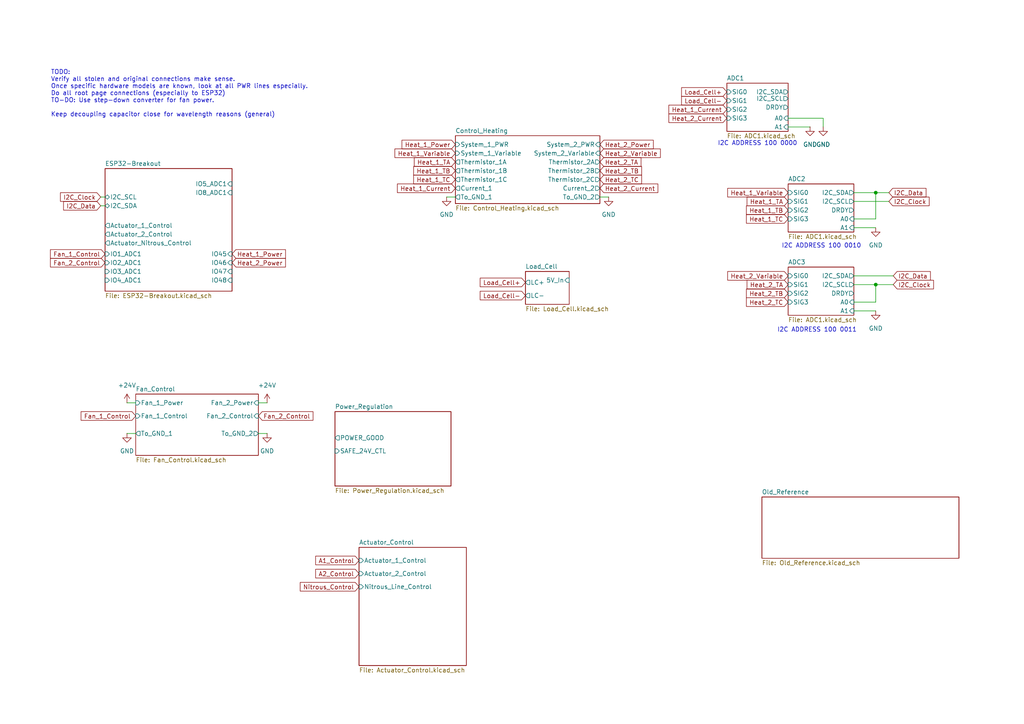
<source format=kicad_sch>
(kicad_sch (version 20250114) (generator "eeschema") (generator_version "9.0")
  (paper "A4")
  (lib_symbols
    (symbol "power:+24V" (power) (pin_numbers (hide yes)) (pin_names (offset 0) (hide yes))
      (property "Value" "+24V" (at 0 3.556 0))
      (symbol "+24V_0_1"
        (polyline (pts (xy -0.762 1.27) (xy 0 2.54)))
        (polyline (pts (xy 0 2.54) (xy 0.762 1.27)))
        (polyline (pts (xy 0 0) (xy 0 2.54)))
      )
      (symbol "+24V_1_1"
        (pin power_in line (at 0 0 90) (length 0) (name "~") (number "1"))
      )
    )
    (symbol "power:GND" (power) (pin_numbers (hide yes)) (pin_names (offset 0) (hide yes))
      (property "Value" "GND" (at 0 -3.81 0))
      (symbol "GND_0_1"
        (polyline (pts (xy 0 0) (xy 0 -1.27) (xy 1.27 -1.27) (xy 0 -2.54) (xy -1.27 -1.27) (xy 0 -1.27)))
      )
      (symbol "GND_1_1"
        (pin power_in line (at 0 0 270) (length 0) (name "~") (number "1"))
      )
    )
  )
  (text "TODO:\nVerify all stolen and original connections make sense.\nOnce specific hardware models are known, look at all PWR lines especially.\nDo all root page connections (especially to ESP32)\nTO-DO: Use step-down converter for fan power.\n\nKeep decoupling capacitor close for wavelength reasons (general)" (at 14.732 27.178 0) (effects (font (size 1.27 1.27)) (justify left)))
  (text "I2C ADDRESS 100 0000" (at 219.71 41.656 0) (effects (font (size 1.27 1.27))))
  (text "I2C ADDRESS 100 0011" (at 236.982 95.758 0) (effects (font (size 1.27 1.27))))
  (text "I2C ADDRESS 100 0010" (at 238.252 71.374 0) (effects (font (size 1.27 1.27))))
  (junction (at 254 55.88))
  (junction (at 254 82.55))
  (wire (pts (xy 254 82.55) (xy 259.08 82.55)))
  (wire (pts (xy 247.65 90.17) (xy 254 90.17)))
  (wire (pts (xy 228.6 36.83) (xy 234.95 36.83)))
  (wire (pts (xy 254 87.63) (xy 247.65 87.63)))
  (wire (pts (xy 238.76 34.29) (xy 238.76 36.83)))
  (wire (pts (xy 173.99 57.15) (xy 176.53 57.15)))
  (wire (pts (xy 247.65 55.88) (xy 254 55.88)))
  (wire (pts (xy 254 55.88) (xy 257.81 55.88)))
  (wire (pts (xy 36.83 116.84) (xy 39.37 116.84)))
  (wire (pts (xy 74.93 116.84) (xy 77.47 116.84)))
  (wire (pts (xy 29.21 59.69) (xy 30.48 59.69)))
  (wire (pts (xy 228.6 34.29) (xy 238.76 34.29)))
  (wire (pts (xy 36.83 125.73) (xy 39.37 125.73)))
  (wire (pts (xy 247.65 80.01) (xy 259.08 80.01)))
  (wire (pts (xy 254 63.5) (xy 247.65 63.5)))
  (wire (pts (xy 247.65 66.04) (xy 254 66.04)))
  (wire (pts (xy 247.65 58.42) (xy 257.81 58.42)))
  (wire (pts (xy 254 55.88) (xy 254 63.5)))
  (wire (pts (xy 129.54 57.15) (xy 132.08 57.15)))
  (wire (pts (xy 74.93 125.73) (xy 77.47 125.73)))
  (wire (pts (xy 254 82.55) (xy 247.65 82.55)))
  (wire (pts (xy 29.21 57.15) (xy 30.48 57.15)))
  (wire (pts (xy 254 87.63) (xy 254 82.55)))
  (global_label "Heat_2_Current" (shape input) (at 173.99 54.61 0) (property "Intersheetrefs" "${INTERSHEET_REFS}" (effects (hide yes))))
  (global_label "Load_Cell-" (shape input) (at 152.4 85.725 180) (property "Intersheetrefs" "${INTERSHEET_REFS}" (effects (hide yes))))
  (global_label "Heat_2_TA" (shape input) (at 173.99 46.99 0) (property "Intersheetrefs" "${INTERSHEET_REFS}" (effects (hide yes))))
  (global_label "I2C_Data" (shape input) (at 29.21 59.69 180) (property "Intersheetrefs" "${INTERSHEET_REFS}" (effects (hide yes))))
  (global_label "Heat_1_Current" (shape input) (at 210.82 31.75 180) (property "Intersheetrefs" "${INTERSHEET_REFS}" (effects (hide yes))))
  (global_label "Fan_1_Control" (shape input) (at 39.37 120.65 180) (property "Intersheetrefs" "${INTERSHEET_REFS}" (effects (hide yes))))
  (global_label "Heat_1_TC" (shape input) (at 228.6 63.5 180) (property "Intersheetrefs" "${INTERSHEET_REFS}" (effects (hide yes))))
  (global_label "Load_Cell-" (shape input) (at 210.82 29.21 180) (property "Intersheetrefs" "${INTERSHEET_REFS}" (effects (hide yes))))
  (global_label "Heat_2_TB" (shape input) (at 173.99 49.53 0) (property "Intersheetrefs" "${INTERSHEET_REFS}" (effects (hide yes))))
  (global_label "Heat_1_Power" (shape input) (at 67.31 73.66 0) (property "Intersheetrefs" "${INTERSHEET_REFS}" (effects (hide yes))))
  (global_label "I2C_Clock" (shape input) (at 259.08 82.55 0) (property "Intersheetrefs" "${INTERSHEET_REFS}" (effects (hide yes))))
  (global_label "Heat_2_TC" (shape input) (at 173.99 52.07 0) (property "Intersheetrefs" "${INTERSHEET_REFS}" (effects (hide yes))))
  (global_label "I2C_Clock" (shape input) (at 257.81 58.42 0) (property "Intersheetrefs" "${INTERSHEET_REFS}" (effects (hide yes))))
  (global_label "Heat_2_TA" (shape input) (at 228.6 82.55 180) (property "Intersheetrefs" "${INTERSHEET_REFS}" (effects (hide yes))))
  (global_label "Heat_1_TA" (shape input) (at 228.6 58.42 180) (property "Intersheetrefs" "${INTERSHEET_REFS}" (effects (hide yes))))
  (global_label "Heat_2_Variable" (shape input) (at 228.6 80.01 180) (property "Intersheetrefs" "${INTERSHEET_REFS}" (effects (hide yes))))
  (global_label "Heat_2_Power" (shape input) (at 67.31 76.2 0) (property "Intersheetrefs" "${INTERSHEET_REFS}" (effects (hide yes))))
  (global_label "Heat_1_Variable" (shape input) (at 228.6 55.88 180) (property "Intersheetrefs" "${INTERSHEET_REFS}" (effects (hide yes))))
  (global_label "Heat_1_TA" (shape input) (at 132.08 46.99 180) (property "Intersheetrefs" "${INTERSHEET_REFS}" (effects (hide yes))))
  (global_label "Load_Cell+" (shape input) (at 152.4 81.915 180) (property "Intersheetrefs" "${INTERSHEET_REFS}" (effects (hide yes))))
  (global_label "A2_Control" (shape input) (at 104.14 166.37 180) (property "Intersheetrefs" "${INTERSHEET_REFS}" (effects (hide yes))))
  (global_label "Load_Cell+" (shape input) (at 210.82 26.67 180) (property "Intersheetrefs" "${INTERSHEET_REFS}" (effects (hide yes))))
  (global_label "Nitrous_Control" (shape input) (at 104.14 170.18 180) (property "Intersheetrefs" "${INTERSHEET_REFS}" (effects (hide yes))))
  (global_label "Heat_1_TB" (shape input) (at 228.6 60.96 180) (property "Intersheetrefs" "${INTERSHEET_REFS}" (effects (hide yes))))
  (global_label "Heat_1_Variable" (shape input) (at 132.08 44.45 180) (property "Intersheetrefs" "${INTERSHEET_REFS}" (effects (hide yes))))
  (global_label "Heat_2_Variable" (shape input) (at 173.99 44.45 0) (property "Intersheetrefs" "${INTERSHEET_REFS}" (effects (hide yes))))
  (global_label "Fan_2_Control" (shape input) (at 74.93 120.65 0) (property "Intersheetrefs" "${INTERSHEET_REFS}" (effects (hide yes))))
  (global_label "I2C_Clock" (shape input) (at 29.21 57.15 180) (property "Intersheetrefs" "${INTERSHEET_REFS}" (effects (hide yes))))
  (global_label "Heat_2_TC" (shape input) (at 228.6 87.63 180) (property "Intersheetrefs" "${INTERSHEET_REFS}" (effects (hide yes))))
  (global_label "Heat_1_TB" (shape input) (at 132.08 49.53 180) (property "Intersheetrefs" "${INTERSHEET_REFS}" (effects (hide yes))))
  (global_label "Heat_1_Power" (shape input) (at 132.08 41.91 180) (property "Intersheetrefs" "${INTERSHEET_REFS}" (effects (hide yes))))
  (global_label "Heat_2_Current" (shape input) (at 210.82 34.29 180) (property "Intersheetrefs" "${INTERSHEET_REFS}" (effects (hide yes))))
  (global_label "Fan_2_Control" (shape input) (at 30.48 76.2 180) (property "Intersheetrefs" "${INTERSHEET_REFS}" (effects (hide yes))))
  (global_label "Fan_1_Control" (shape input) (at 30.48 73.66 180) (property "Intersheetrefs" "${INTERSHEET_REFS}" (effects (hide yes))))
  (global_label "Heat_2_TB" (shape input) (at 228.6 85.09 180) (property "Intersheetrefs" "${INTERSHEET_REFS}" (effects (hide yes))))
  (global_label "Heat_2_Power" (shape input) (at 173.99 41.91 0) (property "Intersheetrefs" "${INTERSHEET_REFS}" (effects (hide yes))))
  (global_label "Heat_1_Current" (shape input) (at 132.08 54.61 180) (property "Intersheetrefs" "${INTERSHEET_REFS}" (effects (hide yes))))
  (global_label "I2C_Data" (shape input) (at 259.08 80.01 0) (property "Intersheetrefs" "${INTERSHEET_REFS}" (effects (hide yes))))
  (global_label "Heat_1_TC" (shape input) (at 132.08 52.07 180) (property "Intersheetrefs" "${INTERSHEET_REFS}" (effects (hide yes))))
  (global_label "I2C_Data" (shape input) (at 257.81 55.88 0) (property "Intersheetrefs" "${INTERSHEET_REFS}" (effects (hide yes))))
  (global_label "A1_Control" (shape input) (at 104.14 162.56 180) (property "Intersheetrefs" "${INTERSHEET_REFS}" (effects (hide yes))))
  (symbol (lib_id "power:GND") (at 254 66.04 0) (unit 1)
    (property "Reference" "#PWR025" (effects (hide yes)))
    (property "Value" "GND" (at 254 71.12 0))
    (property "Description" "Power symbol creates a global label with name \"GND\" , ground" (effects (hide yes)))
  )
  (symbol (lib_id "power:GND") (at 176.53 57.15 0) (unit 1)
    (property "Reference" "#PWR098" (effects (hide yes)))
    (property "Value" "GND" (at 176.53 62.23 0))
    (property "Description" "Power symbol creates a global label with name \"GND\" , ground" (effects (hide yes)))
  )
  (symbol (lib_id "power:+24V") (at 77.47 116.84 0) (unit 1)
    (property "Reference" "#PWR0100" (effects (hide yes)))
    (property "Value" "+24V" (at 77.47 111.76 0))
    (property "Description" "Power symbol creates a global label with name \"+24V\"" (effects (hide yes)))
  )
  (symbol (lib_id "power:GND") (at 77.47 125.73 0) (unit 1)
    (property "Reference" "#PWR0107" (effects (hide yes)))
    (property "Value" "GND" (at 77.47 130.81 0))
    (property "Description" "Power symbol creates a global label with name \"GND\" , ground" (effects (hide yes)))
  )
  (symbol (lib_id "power:GND") (at 254 90.17 0) (unit 1)
    (property "Reference" "#PWR027" (effects (hide yes)))
    (property "Value" "GND" (at 254 95.25 0))
    (property "Description" "Power symbol creates a global label with name \"GND\" , ground" (effects (hide yes)))
  )
  (symbol (lib_id "power:GND") (at 129.54 57.15 0) (unit 1)
    (property "Reference" "#PWR097" (effects (hide yes)))
    (property "Value" "GND" (at 129.54 62.23 0))
    (property "Description" "Power symbol creates a global label with name \"GND\" , ground" (effects (hide yes)))
  )
  (symbol (lib_id "power:GND") (at 36.83 125.73 0) (unit 1)
    (property "Reference" "#PWR0102" (effects (hide yes)))
    (property "Value" "GND" (at 36.83 130.81 0))
    (property "Description" "Power symbol creates a global label with name \"GND\" , ground" (effects (hide yes)))
  )
  (symbol (lib_id "power:GND") (at 238.76 36.83 0) (unit 1)
    (property "Reference" "#PWR024" (effects (hide yes)))
    (property "Value" "GND" (at 238.76 41.91 0))
    (property "Description" "Power symbol creates a global label with name \"GND\" , ground" (effects (hide yes)))
  )
  (symbol (lib_id "power:GND") (at 234.95 36.83 0) (unit 1)
    (property "Reference" "#PWR023" (effects (hide yes)))
    (property "Value" "GND" (at 234.95 41.91 0))
    (property "Description" "Power symbol creates a global label with name \"GND\" , ground" (effects (hide yes)))
  )
  (symbol (lib_id "power:+24V") (at 36.83 116.84 0) (unit 1)
    (property "Reference" "#PWR099" (effects (hide yes)))
    (property "Value" "+24V" (at 36.83 111.76 0))
    (property "Description" "Power symbol creates a global label with name \"+24V\"" (effects (hide yes)))
  )
  (sheet (at 132.08 39.37) (size 41.91 19.685) (stroke (width 0.1524))
    (property "Sheetname" "Control_Heating" (at 132.08 38.6584 0) (effects (justify left bottom)))
    (property "Sheetfile" "Control_Heating.kicad_sch" (at 132.08 59.6396 0) (effects (justify left top)))
    (pin "System_1_PWR" input (at 132.08 41.91 180))
    (pin "System_1_Variable" input (at 132.08 44.45 180))
    (pin "System_2_PWR" input (at 173.99 41.91 0))
    (pin "System_2_Variable" input (at 173.99 44.45 0))
    (pin "Thermistor_1A" output (at 132.08 46.99 180))
    (pin "Thermistor_1B" output (at 132.08 49.53 180))
    (pin "Thermistor_1C" output (at 132.08 52.07 180))
    (pin "Thermistor_2A" output (at 173.99 46.99 0))
    (pin "Thermistor_2B" output (at 173.99 49.53 0))
    (pin "Thermistor_2C" output (at 173.99 52.07 0))
    (pin "To_GND_1" output (at 132.08 57.15 180))
    (pin "To_GND_2" output (at 173.99 57.15 0))
    (pin "Current_1" output (at 132.08 54.61 180))
    (pin "Current_2" output (at 173.99 54.61 0))
  )
  (sheet (at 152.4 78.74) (size 12.7 9.525) (stroke (width 0.1524))
    (property "Sheetname" "Load_Cell" (at 152.4 78.0284 0) (effects (justify left bottom)))
    (property "Sheetfile" "Load_Cell.kicad_sch" (at 152.4 88.8496 0) (effects (justify left top)))
    (pin "5V_In" input (at 165.1 81.28 0))
    (pin "LC+" output (at 152.4 81.915 180))
    (pin "LC-" output (at 152.4 85.725 180))
  )
  (sheet (at 228.6 53.34) (size 19.05 13.97) (stroke (width 0.1524))
    (property "Sheetname" "ADC2" (at 228.6 52.6284 0) (effects (justify left bottom)))
    (property "Sheetfile" "ADC1.kicad_sch" (at 228.6 67.8946 0) (effects (justify left top)))
    (pin "A0" input (at 247.65 63.5 0))
    (pin "A1" input (at 247.65 66.04 0))
    (pin "DRDY" output (at 247.65 60.96 0))
    (pin "I2C_SCL" output (at 247.65 58.42 0))
    (pin "I2C_SDA" output (at 247.65 55.88 0))
    (pin "SIG0" input (at 228.6 55.88 180))
    (pin "SIG1" input (at 228.6 58.42 180))
    (pin "SIG2" input (at 228.6 60.96 180))
    (pin "SIG3" input (at 228.6 63.5 180))
  )
  (sheet (at 104.14 158.75) (size 31.115 34.29) (stroke (width 0.1524))
    (property "Sheetname" "Actuator_Control" (at 104.14 158.0384 0) (effects (justify left bottom)))
    (property "Sheetfile" "Actuator_Control.kicad_sch" (at 104.14 193.6246 0) (effects (justify left top)))
    (pin "Actuator_1_Control" input (at 104.14 162.56 180))
    (pin "Actuator_2_Control" input (at 104.14 166.37 180))
    (pin "Nitrous_Line_Control" input (at 104.14 170.18 180))
  )
  (sheet (at 228.6 77.47) (size 19.05 13.97) (stroke (width 0.1524))
    (property "Sheetname" "ADC3" (at 228.6 76.7584 0) (effects (justify left bottom)))
    (property "Sheetfile" "ADC1.kicad_sch" (at 228.6 92.0246 0) (effects (justify left top)))
    (pin "A0" input (at 247.65 87.63 0))
    (pin "A1" input (at 247.65 90.17 0))
    (pin "DRDY" output (at 247.65 85.09 0))
    (pin "I2C_SCL" output (at 247.65 82.55 0))
    (pin "I2C_SDA" output (at 247.65 80.01 0))
    (pin "SIG0" input (at 228.6 80.01 180))
    (pin "SIG1" input (at 228.6 82.55 180))
    (pin "SIG2" input (at 228.6 85.09 180))
    (pin "SIG3" input (at 228.6 87.63 180))
  )
  (sheet (at 30.48 48.895) (size 36.83 35.56) (stroke (width 0.1524))
    (property "Sheetname" "ESP32-Breakout" (at 30.48 48.1834 0) (effects (justify left bottom)))
    (property "Sheetfile" "ESP32-Breakout.kicad_sch" (at 30.48 85.0396 0) (effects (justify left top)))
    (pin "I2C_SCL" bidirectional (at 30.48 57.15 180))
    (pin "I2C_SDA" bidirectional (at 30.48 59.69 180))
    (pin "Actuator_1_Control" output (at 30.48 65.405 180))
    (pin "Actuator_2_Control" output (at 30.48 67.945 180))
    (pin "Actuator_Nitrous_Control" output (at 30.48 70.485 180))
    (pin "IO1_ADC1" input (at 30.48 73.66 180))
    (pin "IO2_ADC1" input (at 30.48 76.2 180))
    (pin "IO4_ADC1" input (at 30.48 81.28 180))
    (pin "IO5_ADC1" input (at 67.31 53.34 0))
    (pin "IO8_ADC1" input (at 67.31 55.88 0))
    (pin "IO45" input (at 67.31 73.66 0))
    (pin "IO46" input (at 67.31 76.2 0))
    (pin "IO47" input (at 67.31 78.74 0))
    (pin "IO48" input (at 67.31 81.28 0))
    (pin "IO3_ADC1" input (at 30.48 78.74 180))
  )
  (sheet (at 39.37 114.3) (size 35.56 17.78) (stroke (width 0.1524))
    (property "Sheetname" "Fan_Control" (at 39.37 113.5884 0) (effects (justify left bottom)))
    (property "Sheetfile" "Fan_Control.kicad_sch" (at 39.37 132.6646 0) (effects (justify left top)))
    (pin "Fan_1_Control" input (at 39.37 120.65 180))
    (pin "Fan_1_Power" input (at 39.37 116.84 180))
    (pin "Fan_2_Control" input (at 74.93 120.65 0))
    (pin "Fan_2_Power" input (at 74.93 116.84 0))
    (pin "To_GND_1" output (at 39.37 125.73 180))
    (pin "To_GND_2" output (at 74.93 125.73 0))
  )
  (sheet (at 220.98 144.145) (size 57.15 17.78) (stroke (width 0.1524))
    (property "Sheetname" "Old_Reference" (at 220.98 143.4334 0) (effects (justify left bottom)))
    (property "Sheetfile" "Old_Reference.kicad_sch" (at 220.98 162.5096 0) (effects (justify left top)))
  )
  (sheet (at 210.82 24.13) (size 17.78 13.97) (stroke (width 0.1524))
    (property "Sheetname" "ADC1" (at 210.82 23.4184 0) (effects (justify left bottom)))
    (property "Sheetfile" "ADC1.kicad_sch" (at 210.82 38.6846 0) (effects (justify left top)))
    (pin "A0" input (at 228.6 34.29 0))
    (pin "A1" input (at 228.6 36.83 0))
    (pin "DRDY" output (at 228.6 31.115 0))
    (pin "I2C_SCL" output (at 228.6 28.575 0))
    (pin "I2C_SDA" output (at 228.6 26.67 0))
    (pin "SIG0" input (at 210.82 26.67 180))
    (pin "SIG1" input (at 210.82 29.21 180))
    (pin "SIG2" input (at 210.82 31.75 180))
    (pin "SIG3" input (at 210.82 34.29 180))
  )
  (sheet (at 97.155 119.38) (size 33.655 21.59) (stroke (width 0.1524))
    (property "Sheetname" "Power_Regulation" (at 97.155 118.6684 0) (effects (justify left bottom)))
    (property "Sheetfile" "Power_Regulation.kicad_sch" (at 97.155 141.5546 0) (effects (justify left top)))
    (pin "POWER_GOOD" output (at 97.155 127 180))
    (pin "SAFE_24V_CTL" input (at 97.155 130.81 180))
  )
)
</source>
